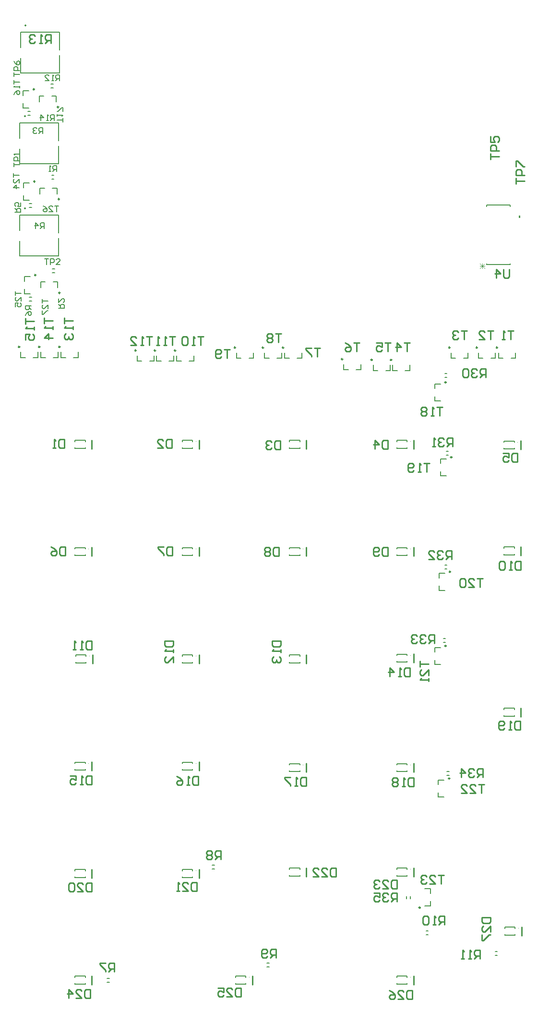
<source format=gbr>
%TF.GenerationSoftware,Altium Limited,Altium Designer,22.7.1 (60)*%
G04 Layer_Color=32896*
%FSLAX45Y45*%
%MOMM*%
%TF.SameCoordinates,5A05AA2C-F857-43D8-A6CE-F15CAA79189D*%
%TF.FilePolarity,Positive*%
%TF.FileFunction,Legend,Bot*%
%TF.Part,Single*%
G01*
G75*
%TA.AperFunction,NonConductor*%
%ADD31C,0.10000*%
%ADD32C,0.25000*%
%ADD33C,0.15240*%
%ADD34C,0.20000*%
%ADD35C,0.25400*%
%ADD36C,0.07620*%
G36*
X9289415Y13912849D02*
X9314815D01*
Y13950951D01*
X9289415D01*
Y13912849D01*
D02*
G37*
D31*
X3591700Y2399731D02*
G03*
X3591700Y2399731I-5000J0D01*
G01*
X1699400Y4292031D02*
G03*
X1699400Y4292031I-5000J0D01*
G01*
X7376300Y8076631D02*
G03*
X7376300Y8076631I-5000J0D01*
G01*
X5484000D02*
G03*
X5484000Y8076631I-5000J0D01*
G01*
X3591700D02*
G03*
X3591700Y8076631I-5000J0D01*
G01*
X1699400D02*
G03*
X1699400Y8076631I-5000J0D01*
G01*
Y9968931D02*
G03*
X1699400Y9968931I-5000J0D01*
G01*
X3591700D02*
G03*
X3591700Y9968931I-5000J0D01*
G01*
X5484000D02*
G03*
X5484000Y9968931I-5000J0D01*
G01*
X7376300D02*
G03*
X7376300Y9968931I-5000J0D01*
G01*
X9268600Y9956231D02*
G03*
X9268600Y9956231I-5000J0D01*
G01*
X1712100Y6184331D02*
G03*
X1712100Y6184331I-5000J0D01*
G01*
X7376300Y6197031D02*
G03*
X7376300Y6197031I-5000J0D01*
G01*
X5484000Y6184331D02*
G03*
X5484000Y6184331I-5000J0D01*
G01*
X3591700D02*
G03*
X3591700Y6184331I-5000J0D01*
G01*
X1699400Y2399731D02*
G03*
X1699400Y2399731I-5000J0D01*
G01*
X5484000Y2425131D02*
G03*
X5484000Y2425131I-5000J0D01*
G01*
X4531500Y520131D02*
G03*
X4531500Y520131I-5000J0D01*
G01*
X1699400D02*
G03*
X1699400Y520131I-5000J0D01*
G01*
X7376300Y2425131D02*
G03*
X7376300Y2425131I-5000J0D01*
G01*
Y520131D02*
G03*
X7376300Y520131I-5000J0D01*
G01*
X9281300Y1383731D02*
G03*
X9281300Y1383731I-5000J0D01*
G01*
X9268600Y8089331D02*
G03*
X9268600Y8089331I-5000J0D01*
G01*
Y5244531D02*
G03*
X9268600Y5244531I-5000J0D01*
G01*
X7376300Y4266631D02*
G03*
X7376300Y4266631I-5000J0D01*
G01*
X5484000D02*
G03*
X5484000Y4266631I-5000J0D01*
G01*
X3591700Y4292031D02*
G03*
X3591700Y4292031I-5000J0D01*
G01*
D32*
X7550600Y1750400D02*
G03*
X7550600Y1750400I-12500J0D01*
G01*
X8070000Y4028100D02*
G03*
X8070000Y4028100I-12500J0D01*
G01*
X8006500Y6364900D02*
G03*
X8006500Y6364900I-12500J0D01*
G01*
X8082700Y7673000D02*
G03*
X8082700Y7673000I-12500J0D01*
G01*
X8108100Y9692300D02*
G03*
X8108100Y9692300I-12500J0D01*
G01*
X8006500Y11013100D02*
G03*
X8006500Y11013100I-12500J0D01*
G01*
X8913000Y11626200D02*
G03*
X8913000Y11626200I-12500J0D01*
G01*
X7046100Y11410300D02*
G03*
X7046100Y11410300I-12500J0D01*
G01*
X5141100Y11626200D02*
G03*
X5141100Y11626200I-12500J0D01*
G01*
X3236100Y11575400D02*
G03*
X3236100Y11575400I-12500J0D01*
G01*
X1193501Y11638900D02*
G03*
X1193501Y11638900I-12500J0D01*
G01*
X1170400Y15869299D02*
G03*
X1170400Y15869299I-12500J0D01*
G01*
X742100Y16182001D02*
G03*
X742100Y16182001I-12500J0D01*
G01*
X767500Y12905400D02*
G03*
X767500Y12905400I-12500J0D01*
G01*
X1195800Y12592700D02*
G03*
X1195800Y12592700I-12500J0D01*
G01*
X754800Y14556400D02*
G03*
X754800Y14556400I-12500J0D01*
G01*
X1183100Y14243700D02*
G03*
X1183100Y14243700I-12500J0D01*
G01*
X8557400Y11626200D02*
G03*
X8557400Y11626200I-12500J0D01*
G01*
X8074800D02*
G03*
X8074800Y11626200I-12500J0D01*
G01*
X6703200Y11410300D02*
G03*
X6703200Y11410300I-12500J0D01*
G01*
X6182500Y11423000D02*
G03*
X6182500Y11423000I-12500J0D01*
G01*
X4290200Y11626200D02*
G03*
X4290200Y11626200I-12500J0D01*
G01*
X4785500D02*
G03*
X4785500Y11626200I-12500J0D01*
G01*
X2537600Y11575400D02*
G03*
X2537600Y11575400I-12500J0D01*
G01*
X2880500D02*
G03*
X2880500Y11575400I-12500J0D01*
G01*
X837901Y11638900D02*
G03*
X837901Y11638900I-12500J0D01*
G01*
X482301D02*
G03*
X482301Y11638900I-12500J0D01*
G01*
D33*
X596900Y17307561D02*
G03*
X596900Y17307561I-12700J0D01*
G01*
X584200Y14081760D02*
G03*
X584200Y14081760I-12700J0D01*
G01*
Y15707359D02*
G03*
X584200Y15707359I-12700J0D01*
G01*
X1181100Y16469360D02*
Y16780447D01*
X495300Y17193260D02*
X1181100D01*
Y16874551D02*
Y17193260D01*
X495300Y16469360D02*
X1181100D01*
X495300D02*
Y16734872D01*
Y16920128D02*
Y17193260D01*
X8719185Y14117574D02*
Y14137640D01*
Y13091161D02*
Y13111226D01*
Y13091161D02*
X9135745D01*
Y14117574D02*
Y14137640D01*
X8719185D02*
X9135745D01*
Y13091161D02*
Y13111226D01*
X482600Y13694328D02*
Y13967461D01*
Y13243559D02*
Y13509071D01*
Y13243559D02*
X1168400D01*
Y13648752D02*
Y13967461D01*
X482600D02*
X1168400D01*
Y13243559D02*
Y13554648D01*
X482600Y15319928D02*
Y15593060D01*
Y14869160D02*
Y15134673D01*
Y14869160D02*
X1168400D01*
Y15274352D02*
Y15593060D01*
X482600D02*
X1168400D01*
Y14869160D02*
Y15180247D01*
X1244584Y15608340D02*
Y15676051D01*
Y15642197D01*
X1143017D01*
Y15709908D02*
Y15743764D01*
Y15726836D01*
X1244584D01*
X1227656Y15709908D01*
X1244584Y15794548D02*
Y15862259D01*
X1227656D01*
X1159944Y15794548D01*
X1143017D01*
X381016Y16344859D02*
Y16277148D01*
Y16311003D01*
X482583D01*
Y16243292D02*
Y16209436D01*
Y16226364D01*
X381016D01*
X397944Y16243292D01*
X381016Y16090941D02*
X397944Y16124797D01*
X431800Y16158652D01*
X465656D01*
X482583Y16141724D01*
Y16107869D01*
X465656Y16090941D01*
X448728D01*
X431800Y16107869D01*
Y16158652D01*
X1092159Y15633717D02*
Y15735284D01*
X1041375D01*
X1024448Y15718356D01*
Y15684500D01*
X1041375Y15667572D01*
X1092159D01*
X1058303D02*
X1024448Y15633717D01*
X990592D02*
X956736D01*
X973664D01*
Y15735284D01*
X990592Y15718356D01*
X855169Y15633717D02*
Y15735284D01*
X905952Y15684500D01*
X838241D01*
X381016Y16412677D02*
Y16480389D01*
Y16446533D01*
X482583D01*
Y16514246D02*
X381016D01*
Y16565028D01*
X397944Y16581956D01*
X431800D01*
X448728Y16565028D01*
Y16514246D01*
X381016Y16683524D02*
X397944Y16649667D01*
X431800Y16615813D01*
X465655D01*
X482583Y16632739D01*
Y16666595D01*
X465655Y16683524D01*
X448728D01*
X431800Y16666595D01*
Y16615813D01*
X1181059Y16332217D02*
Y16433784D01*
X1130275D01*
X1113348Y16416856D01*
Y16383000D01*
X1130275Y16366072D01*
X1181059D01*
X1147203D02*
X1113348Y16332217D01*
X1079492D02*
X1045636D01*
X1062564D01*
Y16433784D01*
X1079492Y16416856D01*
X927141Y16332217D02*
X994852D01*
X927141Y16399928D01*
Y16416856D01*
X944069Y16433784D01*
X977924D01*
X994852Y16416856D01*
X381016Y14816705D02*
Y14884418D01*
Y14850562D01*
X482583D01*
Y14918272D02*
X381016D01*
Y14969057D01*
X397944Y14985983D01*
X431800D01*
X448728Y14969057D01*
Y14918272D01*
X482583Y15019839D02*
Y15053696D01*
Y15036768D01*
X381016D01*
X397944Y15019839D01*
X918677Y13195284D02*
X986388D01*
X952533D01*
Y13093716D01*
X1020244D02*
Y13195284D01*
X1071028D01*
X1087956Y13178355D01*
Y13144501D01*
X1071028Y13127573D01*
X1020244D01*
X1189523Y13093716D02*
X1121812D01*
X1189523Y13161427D01*
Y13178355D01*
X1172595Y13195284D01*
X1138739D01*
X1121812Y13178355D01*
X910139Y13728717D02*
Y13830284D01*
X859356D01*
X842428Y13813356D01*
Y13779500D01*
X859356Y13762572D01*
X910139D01*
X876283D02*
X842428Y13728717D01*
X757788D02*
Y13830284D01*
X808572Y13779500D01*
X740861D01*
X884739Y15405116D02*
Y15506683D01*
X833956D01*
X817028Y15489755D01*
Y15455901D01*
X833956Y15438972D01*
X884739D01*
X850883D02*
X817028Y15405116D01*
X783172Y15489755D02*
X766244Y15506683D01*
X732388D01*
X715461Y15489755D01*
Y15472829D01*
X732388Y15455901D01*
X749316D01*
X732388D01*
X715461Y15438972D01*
Y15422044D01*
X732388Y15405116D01*
X766244D01*
X783172Y15422044D01*
X1168417Y12323261D02*
X1269984D01*
Y12374044D01*
X1253056Y12390972D01*
X1219200D01*
X1202272Y12374044D01*
Y12323261D01*
Y12357117D02*
X1168417Y12390972D01*
Y12492539D02*
Y12424828D01*
X1236128Y12492539D01*
X1253056D01*
X1269984Y12475612D01*
Y12441756D01*
X1253056Y12424828D01*
X406416Y12619523D02*
Y12551812D01*
Y12585667D01*
X507983D01*
Y12450245D02*
Y12517956D01*
X440272Y12450245D01*
X423344D01*
X406416Y12467172D01*
Y12501028D01*
X423344Y12517956D01*
X406416Y12348677D02*
Y12416389D01*
X457200D01*
X440272Y12382533D01*
Y12365605D01*
X457200Y12348677D01*
X491055D01*
X507983Y12365605D01*
Y12399461D01*
X491055Y12416389D01*
X876316Y12479823D02*
Y12412112D01*
Y12445967D01*
X977883D01*
Y12310545D02*
Y12378256D01*
X910172Y12310545D01*
X893244D01*
X876316Y12327472D01*
Y12361328D01*
X893244Y12378256D01*
X876316Y12276689D02*
Y12208977D01*
X893244D01*
X960955Y12276689D01*
X977883D01*
X1134511Y14732018D02*
Y14833585D01*
X1083728D01*
X1066800Y14816656D01*
Y14782800D01*
X1083728Y14765872D01*
X1134511D01*
X1100656D02*
X1066800Y14732018D01*
X1032944D02*
X999088D01*
X1016016D01*
Y14833585D01*
X1032944Y14816656D01*
X368316Y14702322D02*
Y14634612D01*
Y14668468D01*
X469883D01*
Y14533044D02*
Y14600755D01*
X402172Y14533044D01*
X385244D01*
X368316Y14549973D01*
Y14583829D01*
X385244Y14600755D01*
X469883Y14448405D02*
X368316D01*
X419100Y14499190D01*
Y14431477D01*
X1164123Y14122385D02*
X1096412D01*
X1130267D01*
Y14020818D01*
X994844D02*
X1062556D01*
X994844Y14088528D01*
Y14105457D01*
X1011772Y14122385D01*
X1045628D01*
X1062556Y14105457D01*
X893277Y14122385D02*
X927133Y14105457D01*
X960988Y14071600D01*
Y14037744D01*
X944061Y14020818D01*
X910205D01*
X893277Y14037744D01*
Y14054672D01*
X910205Y14071600D01*
X960988D01*
X393717Y14012361D02*
X495284D01*
Y14063144D01*
X478356Y14080072D01*
X444500D01*
X427572Y14063144D01*
Y14012361D01*
Y14046217D02*
X393717Y14080072D01*
X495284Y14181639D02*
Y14113928D01*
X444500D01*
X461428Y14147784D01*
Y14164713D01*
X444500Y14181639D01*
X410644D01*
X393717Y14164713D01*
Y14130856D01*
X410644Y14113928D01*
X685783Y12365539D02*
X584216D01*
Y12314756D01*
X601144Y12297828D01*
X635000D01*
X651928Y12314756D01*
Y12365539D01*
Y12331683D02*
X685783Y12297828D01*
X584216Y12196261D02*
X601144Y12230116D01*
X635000Y12263972D01*
X668856D01*
X685783Y12247044D01*
Y12213188D01*
X668856Y12196261D01*
X651928D01*
X635000Y12213188D01*
Y12263972D01*
D34*
X4844100Y701600D02*
X4884100D01*
X4844100Y771600D02*
X4884100D01*
X2024700Y434900D02*
X2064700D01*
X2024700Y504900D02*
X2064700D01*
X3351700Y2279731D02*
Y2299731D01*
X3531700Y2279731D02*
Y2299731D01*
X3351700Y2399731D02*
Y2419731D01*
X3531700Y2399731D02*
Y2419731D01*
X3351700Y2279731D02*
X3531700D01*
X3351700Y2419731D02*
X3531700D01*
X3878900Y2428800D02*
X3918900D01*
X3878900Y2498800D02*
X3918900D01*
X7305600Y1909200D02*
Y1949200D01*
X7375600Y1909200D02*
Y1949200D01*
X7728100Y2000400D02*
Y2080400D01*
X7628100D02*
X7728100D01*
Y1780400D02*
Y1860400D01*
X7628100Y1780400D02*
X7728100D01*
X7650800Y1273100D02*
X7690800D01*
X7650800Y1343100D02*
X7690800D01*
X8869999Y904800D02*
X8909999D01*
X8869999Y974800D02*
X8909999D01*
X1459400Y4172031D02*
Y4192031D01*
X1639400Y4172031D02*
Y4192031D01*
X1459400Y4292031D02*
Y4312031D01*
X1639400Y4292031D02*
Y4312031D01*
X1459400Y4172031D02*
X1639400D01*
X1459400Y4312031D02*
X1639400D01*
X7867500Y3698100D02*
Y3778100D01*
Y3698100D02*
X7967500D01*
X7867500Y3918100D02*
Y3998100D01*
X7967500D01*
X8019100Y4149800D02*
X8059100D01*
X8019100Y4079800D02*
X8059100D01*
X7804000Y6034900D02*
Y6114900D01*
Y6034900D02*
X7904000D01*
X7804000Y6254900D02*
Y6334900D01*
X7904000D01*
X7880200Y7343000D02*
Y7423000D01*
Y7343000D02*
X7980200D01*
X7880200Y7563000D02*
Y7643000D01*
X7980200D01*
X7136300Y7956631D02*
Y7976631D01*
X7316300Y7956631D02*
Y7976631D01*
X7136300Y8076631D02*
Y8096631D01*
X7316300Y8076631D02*
Y8096631D01*
X7136300Y7956631D02*
X7316300D01*
X7136300Y8096631D02*
X7316300D01*
X5244000Y7956631D02*
Y7976631D01*
X5424000Y7956631D02*
Y7976631D01*
X5244000Y8076631D02*
Y8096631D01*
X5424000Y8076631D02*
Y8096631D01*
X5244000Y7956631D02*
X5424000D01*
X5244000Y8096631D02*
X5424000D01*
X3351700Y7956631D02*
Y7976631D01*
X3531700Y7956631D02*
Y7976631D01*
X3351700Y8076631D02*
Y8096631D01*
X3531700Y8076631D02*
Y8096631D01*
X3351700Y7956631D02*
X3531700D01*
X3351700Y8096631D02*
X3531700D01*
X1459400Y7956631D02*
Y7976631D01*
X1639400Y7956631D02*
Y7976631D01*
X1459400Y8076631D02*
Y8096631D01*
X1639400Y8076631D02*
Y8096631D01*
X1459400Y7956631D02*
X1639400D01*
X1459400Y8096631D02*
X1639400D01*
X1459400Y9848931D02*
Y9868931D01*
X1639400Y9848931D02*
Y9868931D01*
X1459400Y9968931D02*
Y9988931D01*
X1639400Y9968931D02*
Y9988931D01*
X1459400Y9848931D02*
X1639400D01*
X1459400Y9988931D02*
X1639400D01*
X3351700Y9848931D02*
Y9868931D01*
X3531700Y9848931D02*
Y9868931D01*
X3351700Y9968931D02*
Y9988931D01*
X3531700Y9968931D02*
Y9988931D01*
X3351700Y9848931D02*
X3531700D01*
X3351700Y9988931D02*
X3531700D01*
X5244000Y9848931D02*
Y9868931D01*
X5424000Y9848931D02*
Y9868931D01*
X5244000Y9968931D02*
Y9988931D01*
X5424000Y9968931D02*
Y9988931D01*
X5244000Y9848931D02*
X5424000D01*
X5244000Y9988931D02*
X5424000D01*
X7136300Y9848931D02*
Y9868931D01*
X7316300Y9848931D02*
Y9868931D01*
X7136300Y9968931D02*
Y9988931D01*
X7316300Y9968931D02*
Y9988931D01*
X7136300Y9848931D02*
X7316300D01*
X7136300Y9988931D02*
X7316300D01*
X7905600Y9362300D02*
Y9442300D01*
Y9362300D02*
X8005600D01*
X7905600Y9582300D02*
Y9662300D01*
X8005600D01*
X8006400Y9731300D02*
X8046400D01*
X8006400Y9801300D02*
X8046400D01*
X9028600Y9836231D02*
Y9856231D01*
X9208600Y9836231D02*
Y9856231D01*
X9028600Y9956231D02*
Y9976231D01*
X9208600Y9956231D02*
Y9976231D01*
X9028600Y9836231D02*
X9208600D01*
X9028600Y9976231D02*
X9208600D01*
X7804000Y10683100D02*
Y10763100D01*
Y10683100D02*
X7904000D01*
X7804000Y10903100D02*
Y10983100D01*
X7904000D01*
X7981000Y11102900D02*
X8021000D01*
X7981000Y11172900D02*
X8021000D01*
X9150500Y11436200D02*
X9230500D01*
Y11536200D01*
X8930500Y11436200D02*
X9010500D01*
X8930500D02*
Y11536200D01*
X7283600Y11220300D02*
X7363600D01*
Y11320300D01*
X7063600Y11220300D02*
X7143600D01*
X7063600D02*
Y11320300D01*
X5378600Y11436200D02*
X5458600D01*
Y11536200D01*
X5158600Y11436200D02*
X5238600D01*
X5158600D02*
Y11536200D01*
X3473600Y11385400D02*
X3553600D01*
Y11485400D01*
X3253600Y11385400D02*
X3333600D01*
X3253600D02*
Y11485400D01*
X1431000Y11448900D02*
X1511001D01*
Y11548900D01*
X1211001Y11448900D02*
X1291000D01*
X1211001D02*
Y11548900D01*
X1127900Y15959300D02*
Y16059300D01*
X1047900D02*
X1127900D01*
X827900Y15959300D02*
Y16059300D01*
X907900D01*
X539600Y16152000D02*
X639600D01*
X539600Y16072000D02*
Y16152000D01*
Y15852000D02*
X639600D01*
X539600D02*
Y15932001D01*
X1034100Y16278300D02*
X1074100D01*
X1034100Y16208299D02*
X1074100D01*
X627700Y15795700D02*
X667700D01*
X627700Y15725700D02*
X667700D01*
X1059500Y13014400D02*
X1099500D01*
X1059500Y12944400D02*
X1099500D01*
X565000Y12875400D02*
X665000D01*
X565000Y12795400D02*
Y12875400D01*
Y12575400D02*
X665000D01*
X565000D02*
Y12655400D01*
X1153300Y12682700D02*
Y12782700D01*
X1073300D02*
X1153300D01*
X853300Y12682700D02*
Y12782700D01*
X933300D01*
X1045600Y14665401D02*
X1085600D01*
X1045600Y14595399D02*
X1085600D01*
X552300Y14526401D02*
X652300D01*
X552300Y14446400D02*
Y14526401D01*
Y14226401D02*
X652300D01*
X552300D02*
Y14306400D01*
X1140600Y14333701D02*
Y14433701D01*
X1060600D02*
X1140600D01*
X840600Y14333701D02*
Y14433701D01*
X920600D01*
X653100Y14170100D02*
X693100D01*
X653100Y14100101D02*
X693100D01*
X653100Y12519100D02*
X693100D01*
X653100Y12449100D02*
X693100D01*
X8574900Y11436200D02*
Y11536200D01*
Y11436200D02*
X8654900D01*
X8874900D02*
Y11536200D01*
X8794900Y11436200D02*
X8874900D01*
X8092300D02*
Y11536200D01*
Y11436200D02*
X8172300D01*
X8392300D02*
Y11536200D01*
X8312300Y11436200D02*
X8392300D01*
X6720700Y11220300D02*
Y11320300D01*
Y11220300D02*
X6800700D01*
X7020700D02*
Y11320300D01*
X6940700Y11220300D02*
X7020700D01*
X6200000Y11233000D02*
Y11333000D01*
Y11233000D02*
X6280000D01*
X6500000D02*
Y11333000D01*
X6420000Y11233000D02*
X6500000D01*
X4307700Y11436200D02*
Y11536200D01*
Y11436200D02*
X4387700D01*
X4607700D02*
Y11536200D01*
X4527700Y11436200D02*
X4607700D01*
X4803000D02*
Y11536200D01*
Y11436200D02*
X4883000D01*
X5103000D02*
Y11536200D01*
X5023000Y11436200D02*
X5103000D01*
X2555100Y11385400D02*
Y11485400D01*
Y11385400D02*
X2635100D01*
X2855100D02*
Y11485400D01*
X2775100Y11385400D02*
X2855100D01*
X2898000D02*
Y11485400D01*
Y11385400D02*
X2978000D01*
X3198000D02*
Y11485400D01*
X3118000Y11385400D02*
X3198000D01*
X855401Y11448900D02*
Y11548900D01*
Y11448900D02*
X935400D01*
X1155401D02*
Y11548900D01*
X1075400Y11448900D02*
X1155401D01*
X499801D02*
Y11548900D01*
Y11448900D02*
X579800D01*
X799801D02*
Y11548900D01*
X719800Y11448900D02*
X799801D01*
X7955600Y6499300D02*
X7995600D01*
X7955600Y6429300D02*
X7995600D01*
X7981000Y7794700D02*
X8021000D01*
X7981000Y7724700D02*
X8021000D01*
X1472100Y6204331D02*
X1652100D01*
X1472100Y6064331D02*
X1652100D01*
Y6184331D02*
Y6204331D01*
X1472100Y6184331D02*
Y6204331D01*
X1652100Y6064331D02*
Y6084331D01*
X1472100Y6064331D02*
Y6084331D01*
X7136300Y6217031D02*
X7316300D01*
X7136300Y6077031D02*
X7316300D01*
Y6197031D02*
Y6217031D01*
X7136300Y6197031D02*
Y6217031D01*
X7316300Y6077031D02*
Y6097031D01*
X7136300Y6077031D02*
Y6097031D01*
X5244000Y6204331D02*
X5424000D01*
X5244000Y6064331D02*
X5424000D01*
Y6184331D02*
Y6204331D01*
X5244000Y6184331D02*
Y6204331D01*
X5424000Y6064331D02*
Y6084331D01*
X5244000Y6064331D02*
Y6084331D01*
X3351700Y6204331D02*
X3531700D01*
X3351700Y6064331D02*
X3531700D01*
Y6184331D02*
Y6204331D01*
X3351700Y6184331D02*
Y6204331D01*
X3531700Y6064331D02*
Y6084331D01*
X3351700Y6064331D02*
Y6084331D01*
X1459400Y2419731D02*
X1639400D01*
X1459400Y2279731D02*
X1639400D01*
Y2399731D02*
Y2419731D01*
X1459400Y2399731D02*
Y2419731D01*
X1639400Y2279731D02*
Y2299731D01*
X1459400Y2279731D02*
Y2299731D01*
X5244000Y2445131D02*
X5424000D01*
X5244000Y2305131D02*
X5424000D01*
Y2425131D02*
Y2445131D01*
X5244000Y2425131D02*
Y2445131D01*
X5424000Y2305131D02*
Y2325131D01*
X5244000Y2305131D02*
Y2325131D01*
X4291500Y540131D02*
X4471500D01*
X4291500Y400131D02*
X4471500D01*
Y520131D02*
Y540131D01*
X4291500Y520131D02*
Y540131D01*
X4471500Y400131D02*
Y420131D01*
X4291500Y400131D02*
Y420131D01*
X1459400Y540131D02*
X1639400D01*
X1459400Y400131D02*
X1639400D01*
Y520131D02*
Y540131D01*
X1459400Y520131D02*
Y540131D01*
X1639400Y400131D02*
Y420131D01*
X1459400Y400131D02*
Y420131D01*
X7136300Y2445131D02*
X7316300D01*
X7136300Y2305131D02*
X7316300D01*
Y2425131D02*
Y2445131D01*
X7136300Y2425131D02*
Y2445131D01*
X7316300Y2305131D02*
Y2325131D01*
X7136300Y2305131D02*
Y2325131D01*
Y540131D02*
X7316300D01*
X7136300Y400131D02*
X7316300D01*
Y520131D02*
Y540131D01*
X7136300Y520131D02*
Y540131D01*
X7316300Y400131D02*
Y420131D01*
X7136300Y400131D02*
Y420131D01*
X9041300Y1403731D02*
X9221300D01*
X9041300Y1263731D02*
X9221300D01*
Y1383731D02*
Y1403731D01*
X9041300Y1383731D02*
Y1403731D01*
X9221300Y1263731D02*
Y1283731D01*
X9041300Y1263731D02*
Y1283731D01*
X9028600Y8109331D02*
X9208600D01*
X9028600Y7969331D02*
X9208600D01*
Y8089331D02*
Y8109331D01*
X9028600Y8089331D02*
Y8109331D01*
X9208600Y7969331D02*
Y7989331D01*
X9028600Y7969331D02*
Y7989331D01*
Y5264531D02*
X9208600D01*
X9028600Y5124531D02*
X9208600D01*
Y5244531D02*
Y5264531D01*
X9028600Y5244531D02*
Y5264531D01*
X9208600Y5124531D02*
Y5144531D01*
X9028600Y5124531D02*
Y5144531D01*
X7136300Y4286631D02*
X7316300D01*
X7136300Y4146631D02*
X7316300D01*
Y4266631D02*
Y4286631D01*
X7136300Y4266631D02*
Y4286631D01*
X7316300Y4146631D02*
Y4166631D01*
X7136300Y4146631D02*
Y4166631D01*
X5244000Y4286631D02*
X5424000D01*
X5244000Y4146631D02*
X5424000D01*
Y4266631D02*
Y4286631D01*
X5244000Y4266631D02*
Y4286631D01*
X5424000Y4146631D02*
Y4166631D01*
X5244000Y4146631D02*
Y4166631D01*
X3351700Y4312031D02*
X3531700D01*
X3351700Y4172031D02*
X3531700D01*
Y4292031D02*
Y4312031D01*
X3351700Y4292031D02*
Y4312031D01*
X3531700Y4172031D02*
Y4192031D01*
X3351700Y4172031D02*
Y4192031D01*
D35*
X3644900Y2273531D02*
Y2425931D01*
X1752600Y4165831D02*
Y4318231D01*
X7429500Y7950431D02*
Y8102831D01*
X5537200Y7950431D02*
Y8102831D01*
X3644900Y7950431D02*
Y8102831D01*
X1752600Y7950431D02*
Y8102831D01*
Y9842731D02*
Y9995131D01*
X3644900Y9842731D02*
Y9995131D01*
X5537200Y9842731D02*
Y9995131D01*
X7429500Y9842731D02*
Y9995131D01*
X9321800Y9830031D02*
Y9982431D01*
X1765300Y6058131D02*
Y6210531D01*
X7429500Y6070831D02*
Y6223231D01*
X5537200Y6058131D02*
Y6210531D01*
X3644900Y6058131D02*
Y6210531D01*
X1752600Y2273531D02*
Y2425931D01*
X5537200Y2298931D02*
Y2451331D01*
X4584700Y393931D02*
Y546331D01*
X1752600Y393931D02*
Y546331D01*
X7429500Y2298931D02*
Y2451331D01*
Y393931D02*
Y546331D01*
X9334500Y1257531D02*
Y1409931D01*
X9321800Y7963131D02*
Y8115531D01*
Y5118331D02*
Y5270731D01*
X7429500Y4140431D02*
Y4292831D01*
X5537200Y4140431D02*
Y4292831D01*
X3644900Y4165831D02*
Y4318231D01*
X5003759Y863625D02*
Y1015975D01*
X4927583D01*
X4902192Y990583D01*
Y939800D01*
X4927583Y914408D01*
X5003759D01*
X4952975D02*
X4902192Y863625D01*
X4851408Y889017D02*
X4826016Y863625D01*
X4775233D01*
X4749841Y889017D01*
Y990583D01*
X4775233Y1015975D01*
X4826016D01*
X4851408Y990583D01*
Y965192D01*
X4826016Y939800D01*
X4749841D01*
X2146259Y622325D02*
Y774675D01*
X2070083D01*
X2044692Y749283D01*
Y698500D01*
X2070083Y673108D01*
X2146259D01*
X2095475D02*
X2044692Y622325D01*
X1993908Y774675D02*
X1892341D01*
Y749283D01*
X1993908Y647717D01*
Y622325D01*
X3606742Y2197075D02*
Y2044725D01*
X3530567D01*
X3505175Y2070117D01*
Y2171683D01*
X3530567Y2197075D01*
X3606742D01*
X3352824Y2044725D02*
X3454392D01*
X3352824Y2146292D01*
Y2171683D01*
X3378216Y2197075D01*
X3429000D01*
X3454392Y2171683D01*
X3302041Y2044725D02*
X3251257D01*
X3276649D01*
Y2197075D01*
X3302041Y2171683D01*
X4025859Y2603525D02*
Y2755875D01*
X3949683D01*
X3924292Y2730483D01*
Y2679700D01*
X3949683Y2654308D01*
X4025859D01*
X3975075D02*
X3924292Y2603525D01*
X3873508Y2730483D02*
X3848116Y2755875D01*
X3797333D01*
X3771941Y2730483D01*
Y2705092D01*
X3797333Y2679700D01*
X3771941Y2654308D01*
Y2628917D01*
X3797333Y2603525D01*
X3848116D01*
X3873508Y2628917D01*
Y2654308D01*
X3848116Y2679700D01*
X3873508Y2705092D01*
Y2730483D01*
X3848116Y2679700D02*
X3797333D01*
X7137334Y1854225D02*
Y2006575D01*
X7061159D01*
X7035767Y1981183D01*
Y1930400D01*
X7061159Y1905008D01*
X7137334D01*
X7086551D02*
X7035767Y1854225D01*
X6984983Y1981183D02*
X6959592Y2006575D01*
X6908808D01*
X6883416Y1981183D01*
Y1955792D01*
X6908808Y1930400D01*
X6934200D01*
X6908808D01*
X6883416Y1905008D01*
Y1879617D01*
X6908808Y1854225D01*
X6959592D01*
X6984983Y1879617D01*
X6731066Y2006575D02*
X6832633D01*
Y1930400D01*
X6781849Y1955792D01*
X6756457D01*
X6731066Y1930400D01*
Y1879617D01*
X6756457Y1854225D01*
X6807241D01*
X6832633Y1879617D01*
X7962834Y2324075D02*
X7861267D01*
X7912051D01*
Y2171725D01*
X7708916D02*
X7810483D01*
X7708916Y2273292D01*
Y2298683D01*
X7734308Y2324075D01*
X7785092D01*
X7810483Y2298683D01*
X7658133D02*
X7632741Y2324075D01*
X7581957D01*
X7556566Y2298683D01*
Y2273292D01*
X7581957Y2247900D01*
X7607349D01*
X7581957D01*
X7556566Y2222508D01*
Y2197117D01*
X7581957Y2171725D01*
X7632741D01*
X7658133Y2197117D01*
X7975538Y1447825D02*
Y1600175D01*
X7899363D01*
X7873971Y1574783D01*
Y1524000D01*
X7899363Y1498608D01*
X7975538D01*
X7924755D02*
X7873971Y1447825D01*
X7823188D02*
X7772404D01*
X7797796D01*
Y1600175D01*
X7823188Y1574783D01*
X7696229D02*
X7670837Y1600175D01*
X7620053D01*
X7594661Y1574783D01*
Y1473217D01*
X7620053Y1447825D01*
X7670837D01*
X7696229Y1473217D01*
Y1574783D01*
X8597846Y850925D02*
Y1003275D01*
X8521671D01*
X8496279Y977883D01*
Y927100D01*
X8521671Y901708D01*
X8597846D01*
X8547063D02*
X8496279Y850925D01*
X8445496D02*
X8394712D01*
X8420104D01*
Y1003275D01*
X8445496Y977883D01*
X8318537Y850925D02*
X8267753D01*
X8293145D01*
Y1003275D01*
X8318537Y977883D01*
X1752538Y4076675D02*
Y3924325D01*
X1676363D01*
X1650971Y3949717D01*
Y4051283D01*
X1676363Y4076675D01*
X1752538D01*
X1600188Y3924325D02*
X1549404D01*
X1574796D01*
Y4076675D01*
X1600188Y4051283D01*
X1371661Y4076675D02*
X1473229D01*
Y4000500D01*
X1422445Y4025892D01*
X1397053D01*
X1371661Y4000500D01*
Y3949717D01*
X1397053Y3924325D01*
X1447837D01*
X1473229Y3949717D01*
X8674034Y3924275D02*
X8572467D01*
X8623251D01*
Y3771925D01*
X8420116D02*
X8521683D01*
X8420116Y3873492D01*
Y3898883D01*
X8445508Y3924275D01*
X8496292D01*
X8521683Y3898883D01*
X8267766Y3771925D02*
X8369333D01*
X8267766Y3873492D01*
Y3898883D01*
X8293157Y3924275D01*
X8343941D01*
X8369333Y3898883D01*
X8648634Y4051325D02*
Y4203675D01*
X8572459D01*
X8547067Y4178283D01*
Y4127500D01*
X8572459Y4102108D01*
X8648634D01*
X8597851D02*
X8547067Y4051325D01*
X8496283Y4178283D02*
X8470892Y4203675D01*
X8420108D01*
X8394716Y4178283D01*
Y4152892D01*
X8420108Y4127500D01*
X8445500D01*
X8420108D01*
X8394716Y4102108D01*
Y4076717D01*
X8420108Y4051325D01*
X8470892D01*
X8496283Y4076717D01*
X8267757Y4051325D02*
Y4203675D01*
X8343933Y4127500D01*
X8242366D01*
X7543825Y6095942D02*
Y5994375D01*
Y6045159D01*
X7696175D01*
Y5842024D02*
Y5943592D01*
X7594608Y5842024D01*
X7569217D01*
X7543825Y5867416D01*
Y5918200D01*
X7569217Y5943592D01*
X7696175Y5791241D02*
Y5740457D01*
Y5765849D01*
X7543825D01*
X7569217Y5791241D01*
X8648634Y7556475D02*
X8547067D01*
X8597851D01*
Y7404125D01*
X8394716D02*
X8496283D01*
X8394716Y7505692D01*
Y7531083D01*
X8420108Y7556475D01*
X8470892D01*
X8496283Y7531083D01*
X8343933D02*
X8318541Y7556475D01*
X8267757D01*
X8242366Y7531083D01*
Y7429517D01*
X8267757Y7404125D01*
X8318541D01*
X8343933Y7429517D01*
Y7531083D01*
X6972259Y8102575D02*
Y7950225D01*
X6896083D01*
X6870692Y7975617D01*
Y8077183D01*
X6896083Y8102575D01*
X6972259D01*
X6819908Y7975617D02*
X6794516Y7950225D01*
X6743733D01*
X6718341Y7975617D01*
Y8077183D01*
X6743733Y8102575D01*
X6794516D01*
X6819908Y8077183D01*
Y8051792D01*
X6794516Y8026400D01*
X6718341D01*
X5054559Y8102575D02*
Y7950225D01*
X4978383D01*
X4952992Y7975617D01*
Y8077183D01*
X4978383Y8102575D01*
X5054559D01*
X4902208Y8077183D02*
X4876816Y8102575D01*
X4826033D01*
X4800641Y8077183D01*
Y8051792D01*
X4826033Y8026400D01*
X4800641Y8001008D01*
Y7975617D01*
X4826033Y7950225D01*
X4876816D01*
X4902208Y7975617D01*
Y8001008D01*
X4876816Y8026400D01*
X4902208Y8051792D01*
Y8077183D01*
X4876816Y8026400D02*
X4826033D01*
X3174959Y8115275D02*
Y7962925D01*
X3098783D01*
X3073392Y7988317D01*
Y8089883D01*
X3098783Y8115275D01*
X3174959D01*
X3022608D02*
X2921041D01*
Y8089883D01*
X3022608Y7988317D01*
Y7962925D01*
X1282659Y8115275D02*
Y7962925D01*
X1206483D01*
X1181092Y7988317D01*
Y8089883D01*
X1206483Y8115275D01*
X1282659D01*
X1028741D02*
X1079525Y8089883D01*
X1130308Y8039100D01*
Y7988317D01*
X1104916Y7962925D01*
X1054133D01*
X1028741Y7988317D01*
Y8013708D01*
X1054133Y8039100D01*
X1130308D01*
X1269967Y10007575D02*
Y9855225D01*
X1193792D01*
X1168400Y9880617D01*
Y9982183D01*
X1193792Y10007575D01*
X1269967D01*
X1117616Y9855225D02*
X1066833D01*
X1092224D01*
Y10007575D01*
X1117616Y9982183D01*
X3162259Y10007575D02*
Y9855225D01*
X3086083D01*
X3060692Y9880617D01*
Y9982183D01*
X3086083Y10007575D01*
X3162259D01*
X2908341Y9855225D02*
X3009908D01*
X2908341Y9956792D01*
Y9982183D01*
X2933733Y10007575D01*
X2984516D01*
X3009908Y9982183D01*
X5079959Y9982175D02*
Y9829825D01*
X5003783D01*
X4978392Y9855217D01*
Y9956783D01*
X5003783Y9982175D01*
X5079959D01*
X4927608Y9956783D02*
X4902216Y9982175D01*
X4851433D01*
X4826041Y9956783D01*
Y9931392D01*
X4851433Y9906000D01*
X4876825D01*
X4851433D01*
X4826041Y9880608D01*
Y9855217D01*
X4851433Y9829825D01*
X4902216D01*
X4927608Y9855217D01*
X6972259Y9994875D02*
Y9842525D01*
X6896083D01*
X6870692Y9867917D01*
Y9969483D01*
X6896083Y9994875D01*
X6972259D01*
X6743733Y9842525D02*
Y9994875D01*
X6819908Y9918700D01*
X6718341D01*
X7708838Y9588475D02*
X7607271D01*
X7658055D01*
Y9436125D01*
X7556488D02*
X7505704D01*
X7531096D01*
Y9588475D01*
X7556488Y9563083D01*
X7429529Y9461517D02*
X7404137Y9436125D01*
X7353353D01*
X7327961Y9461517D01*
Y9563083D01*
X7353353Y9588475D01*
X7404137D01*
X7429529Y9563083D01*
Y9537692D01*
X7404137Y9512300D01*
X7327961D01*
X8115242Y9880625D02*
Y10032975D01*
X8039067D01*
X8013675Y10007583D01*
Y9956800D01*
X8039067Y9931408D01*
X8115242D01*
X8064459D02*
X8013675Y9880625D01*
X7962892Y10007583D02*
X7937500Y10032975D01*
X7886716D01*
X7861324Y10007583D01*
Y9982192D01*
X7886716Y9956800D01*
X7912108D01*
X7886716D01*
X7861324Y9931408D01*
Y9906017D01*
X7886716Y9880625D01*
X7937500D01*
X7962892Y9906017D01*
X7810541Y9880625D02*
X7759757D01*
X7785149D01*
Y10032975D01*
X7810541Y10007583D01*
X9258259Y9766275D02*
Y9613925D01*
X9182083D01*
X9156692Y9639317D01*
Y9740883D01*
X9182083Y9766275D01*
X9258259D01*
X9004341D02*
X9105908D01*
Y9690100D01*
X9055125Y9715492D01*
X9029733D01*
X9004341Y9690100D01*
Y9639317D01*
X9029733Y9613925D01*
X9080516D01*
X9105908Y9639317D01*
X7937438Y10579075D02*
X7835871D01*
X7886655D01*
Y10426725D01*
X7785088D02*
X7734304D01*
X7759696D01*
Y10579075D01*
X7785088Y10553683D01*
X7658129D02*
X7632737Y10579075D01*
X7581953D01*
X7556561Y10553683D01*
Y10528292D01*
X7581953Y10502900D01*
X7556561Y10477508D01*
Y10452117D01*
X7581953Y10426725D01*
X7632737D01*
X7658129Y10452117D01*
Y10477508D01*
X7632737Y10502900D01*
X7658129Y10528292D01*
Y10553683D01*
X7632737Y10502900D02*
X7581953D01*
X8699434Y11099825D02*
Y11252175D01*
X8623259D01*
X8597867Y11226783D01*
Y11176000D01*
X8623259Y11150608D01*
X8699434D01*
X8648651D02*
X8597867Y11099825D01*
X8547083Y11226783D02*
X8521692Y11252175D01*
X8470908D01*
X8445516Y11226783D01*
Y11201392D01*
X8470908Y11176000D01*
X8496300D01*
X8470908D01*
X8445516Y11150608D01*
Y11125217D01*
X8470908Y11099825D01*
X8521692D01*
X8547083Y11125217D01*
X8394733Y11226783D02*
X8369341Y11252175D01*
X8318557D01*
X8293166Y11226783D01*
Y11125217D01*
X8318557Y11099825D01*
X8369341D01*
X8394733Y11125217D01*
Y11226783D01*
X9194767Y11925275D02*
X9093200D01*
X9143983D01*
Y11772925D01*
X9042416D02*
X8991633D01*
X9017024D01*
Y11925275D01*
X9042416Y11899883D01*
X7365959Y11709375D02*
X7264392D01*
X7315175D01*
Y11557025D01*
X7137433D02*
Y11709375D01*
X7213608Y11633200D01*
X7112041D01*
X5778459Y11620475D02*
X5676892D01*
X5727675D01*
Y11468125D01*
X5626108Y11620475D02*
X5524541D01*
Y11595083D01*
X5626108Y11493517D01*
Y11468125D01*
X3721038Y11823675D02*
X3619471D01*
X3670255D01*
Y11671325D01*
X3568688D02*
X3517904D01*
X3543296D01*
Y11823675D01*
X3568688Y11798283D01*
X3441729D02*
X3416337Y11823675D01*
X3365553D01*
X3340161Y11798283D01*
Y11696717D01*
X3365553Y11671325D01*
X3416337D01*
X3441729Y11696717D01*
Y11798283D01*
X1270024Y12153838D02*
Y12052271D01*
Y12103055D01*
X1422375D01*
Y12001487D02*
Y11950704D01*
Y11976095D01*
X1270024D01*
X1295416Y12001487D01*
Y11874528D02*
X1270024Y11849137D01*
Y11798353D01*
X1295416Y11772961D01*
X1320808D01*
X1346200Y11798353D01*
Y11823745D01*
Y11798353D01*
X1371592Y11772961D01*
X1396983D01*
X1422375Y11798353D01*
Y11849137D01*
X1396983Y11874528D01*
X1028638Y16992625D02*
Y17144975D01*
X952463D01*
X927071Y17119583D01*
Y17068800D01*
X952463Y17043408D01*
X1028638D01*
X977855D02*
X927071Y16992625D01*
X876288D02*
X825504D01*
X850896D01*
Y17144975D01*
X876288Y17119583D01*
X749329D02*
X723937Y17144975D01*
X673153D01*
X647761Y17119583D01*
Y17094193D01*
X673153Y17068800D01*
X698545D01*
X673153D01*
X647761Y17043408D01*
Y17018018D01*
X673153Y16992625D01*
X723937D01*
X749329Y17018018D01*
X9118559Y13004774D02*
Y12877817D01*
X9093167Y12852425D01*
X9042383D01*
X9016992Y12877817D01*
Y13004774D01*
X8890033Y12852425D02*
Y13004774D01*
X8966208Y12928600D01*
X8864641D01*
X9232924Y14516167D02*
Y14617732D01*
Y14566949D01*
X9385275D01*
Y14668517D02*
X9232924D01*
Y14744691D01*
X9258316Y14770084D01*
X9309100D01*
X9334492Y14744691D01*
Y14668517D01*
X9232924Y14820866D02*
Y14922433D01*
X9258316D01*
X9359883Y14820866D01*
X9385275D01*
X8788424Y14947966D02*
Y15049533D01*
Y14998749D01*
X8940775D01*
Y15100316D02*
X8788424D01*
Y15176492D01*
X8813816Y15201883D01*
X8864600D01*
X8889992Y15176492D01*
Y15100316D01*
X8788424Y15354234D02*
Y15252667D01*
X8864600D01*
X8839208Y15303450D01*
Y15328842D01*
X8864600Y15354234D01*
X8915383D01*
X8940775Y15328842D01*
Y15278059D01*
X8915383Y15252667D01*
X584224Y12141138D02*
Y12039571D01*
Y12090355D01*
X736575D01*
Y11988787D02*
Y11938004D01*
Y11963395D01*
X584224D01*
X609616Y11988787D01*
X584224Y11760261D02*
Y11861828D01*
X660400D01*
X635008Y11811045D01*
Y11785653D01*
X660400Y11760261D01*
X711183D01*
X736575Y11785653D01*
Y11836437D01*
X711183Y11861828D01*
X3225746Y11823675D02*
X3124179D01*
X3174963D01*
Y11671325D01*
X3073396D02*
X3022612D01*
X3048004D01*
Y11823675D01*
X3073396Y11798283D01*
X2946437Y11671325D02*
X2895653D01*
X2921045D01*
Y11823675D01*
X2946437Y11798283D01*
X8839159Y11925275D02*
X8737592D01*
X8788375D01*
Y11772925D01*
X8585241D02*
X8686808D01*
X8585241Y11874492D01*
Y11899883D01*
X8610633Y11925275D01*
X8661416D01*
X8686808Y11899883D01*
X7023059Y11709375D02*
X6921492D01*
X6972275D01*
Y11557025D01*
X6769141Y11709375D02*
X6870708D01*
Y11633200D01*
X6819925Y11658592D01*
X6794533D01*
X6769141Y11633200D01*
Y11582417D01*
X6794533Y11557025D01*
X6845316D01*
X6870708Y11582417D01*
X5092659Y11874475D02*
X4991092D01*
X5041875D01*
Y11722125D01*
X4940308Y11849083D02*
X4914916Y11874475D01*
X4864133D01*
X4838741Y11849083D01*
Y11823692D01*
X4864133Y11798300D01*
X4838741Y11772908D01*
Y11747517D01*
X4864133Y11722125D01*
X4914916D01*
X4940308Y11747517D01*
Y11772908D01*
X4914916Y11798300D01*
X4940308Y11823692D01*
Y11849083D01*
X4914916Y11798300D02*
X4864133D01*
X8369259Y11925275D02*
X8267692D01*
X8318475D01*
Y11772925D01*
X8216908Y11899883D02*
X8191516Y11925275D01*
X8140733D01*
X8115341Y11899883D01*
Y11874492D01*
X8140733Y11849100D01*
X8166125D01*
X8140733D01*
X8115341Y11823708D01*
Y11798317D01*
X8140733Y11772925D01*
X8191516D01*
X8216908Y11798317D01*
X6476959Y11709375D02*
X6375392D01*
X6426175D01*
Y11557025D01*
X6223041Y11709375D02*
X6273825Y11683983D01*
X6324608Y11633200D01*
Y11582417D01*
X6299216Y11557025D01*
X6248433D01*
X6223041Y11582417D01*
Y11607808D01*
X6248433Y11633200D01*
X6324608D01*
X4190959Y11595075D02*
X4089392D01*
X4140175D01*
Y11442725D01*
X4038608Y11468117D02*
X4013216Y11442725D01*
X3962433D01*
X3937041Y11468117D01*
Y11569683D01*
X3962433Y11595075D01*
X4013216D01*
X4038608Y11569683D01*
Y11544292D01*
X4013216Y11518900D01*
X3937041D01*
X914424Y12153838D02*
Y12052271D01*
Y12103055D01*
X1066775D01*
Y12001487D02*
Y11950704D01*
Y11976095D01*
X914424D01*
X939816Y12001487D01*
X1066775Y11798353D02*
X914424D01*
X990600Y11874528D01*
Y11772961D01*
X2819338Y11823675D02*
X2717771D01*
X2768555D01*
Y11671325D01*
X2666988D02*
X2616204D01*
X2641596D01*
Y11823675D01*
X2666988Y11798283D01*
X2438461Y11671325D02*
X2540029D01*
X2438461Y11772892D01*
Y11798283D01*
X2463853Y11823675D01*
X2514637D01*
X2540029Y11798283D01*
X7797734Y6413525D02*
Y6565875D01*
X7721559D01*
X7696167Y6540483D01*
Y6489700D01*
X7721559Y6464308D01*
X7797734D01*
X7746951D02*
X7696167Y6413525D01*
X7645383Y6540483D02*
X7619992Y6565875D01*
X7569208D01*
X7543816Y6540483D01*
Y6515092D01*
X7569208Y6489700D01*
X7594600D01*
X7569208D01*
X7543816Y6464308D01*
Y6438917D01*
X7569208Y6413525D01*
X7619992D01*
X7645383Y6438917D01*
X7493033Y6540483D02*
X7467641Y6565875D01*
X7416857D01*
X7391466Y6540483D01*
Y6515092D01*
X7416857Y6489700D01*
X7442249D01*
X7416857D01*
X7391466Y6464308D01*
Y6438917D01*
X7416857Y6413525D01*
X7467641D01*
X7493033Y6438917D01*
X8100060Y7896860D02*
Y8049211D01*
X8023885D01*
X7998493Y8023819D01*
Y7973035D01*
X8023885Y7947643D01*
X8100060D01*
X8049277D02*
X7998493Y7896860D01*
X7947709Y8023819D02*
X7922317Y8049211D01*
X7871534D01*
X7846142Y8023819D01*
Y7998427D01*
X7871534Y7973035D01*
X7896926D01*
X7871534D01*
X7846142Y7947643D01*
Y7922252D01*
X7871534Y7896860D01*
X7922317D01*
X7947709Y7922252D01*
X7693791Y7896860D02*
X7795359D01*
X7693791Y7998427D01*
Y8023819D01*
X7719183Y8049211D01*
X7769967D01*
X7795359Y8023819D01*
X8636024Y1574734D02*
X8788375D01*
Y1498559D01*
X8762983Y1473167D01*
X8661416D01*
X8636024Y1498559D01*
Y1574734D01*
X8788375Y1320816D02*
Y1422383D01*
X8686808Y1320816D01*
X8661416D01*
X8636024Y1346208D01*
Y1396991D01*
X8661416Y1422383D01*
X8636024Y1270033D02*
Y1168465D01*
X8661416D01*
X8762983Y1270033D01*
X8788375D01*
X7404034Y292075D02*
Y139725D01*
X7327859D01*
X7302467Y165117D01*
Y266683D01*
X7327859Y292075D01*
X7404034D01*
X7150116Y139725D02*
X7251683D01*
X7150116Y241292D01*
Y266683D01*
X7175508Y292075D01*
X7226292D01*
X7251683Y266683D01*
X6997766Y292075D02*
X7048549Y266683D01*
X7099333Y215900D01*
Y165117D01*
X7073941Y139725D01*
X7023157D01*
X6997766Y165117D01*
Y190508D01*
X7023157Y215900D01*
X7099333D01*
X4381434Y330175D02*
Y177825D01*
X4305259D01*
X4279867Y203217D01*
Y304783D01*
X4305259Y330175D01*
X4381434D01*
X4127516Y177825D02*
X4229083D01*
X4127516Y279392D01*
Y304783D01*
X4152908Y330175D01*
X4203692D01*
X4229083Y304783D01*
X3975166Y330175D02*
X4076733D01*
Y254000D01*
X4025949Y279392D01*
X4000557D01*
X3975166Y254000D01*
Y203217D01*
X4000557Y177825D01*
X4051341D01*
X4076733Y203217D01*
X1727134Y304775D02*
Y152425D01*
X1650959D01*
X1625567Y177817D01*
Y279383D01*
X1650959Y304775D01*
X1727134D01*
X1473216Y152425D02*
X1574783D01*
X1473216Y253992D01*
Y279383D01*
X1498608Y304775D01*
X1549392D01*
X1574783Y279383D01*
X1346257Y152425D02*
Y304775D01*
X1422433Y228600D01*
X1320866D01*
X7137334Y2235175D02*
Y2082825D01*
X7061159D01*
X7035767Y2108217D01*
Y2209783D01*
X7061159Y2235175D01*
X7137334D01*
X6883416Y2082825D02*
X6984983D01*
X6883416Y2184392D01*
Y2209783D01*
X6908808Y2235175D01*
X6959592D01*
X6984983Y2209783D01*
X6832633D02*
X6807241Y2235175D01*
X6756457D01*
X6731066Y2209783D01*
Y2184392D01*
X6756457Y2159000D01*
X6781849D01*
X6756457D01*
X6731066Y2133608D01*
Y2108217D01*
X6756457Y2082825D01*
X6807241D01*
X6832633Y2108217D01*
X6057834Y2451075D02*
Y2298725D01*
X5981659D01*
X5956267Y2324117D01*
Y2425683D01*
X5981659Y2451075D01*
X6057834D01*
X5803916Y2298725D02*
X5905483D01*
X5803916Y2400292D01*
Y2425683D01*
X5829308Y2451075D01*
X5880092D01*
X5905483Y2425683D01*
X5651566Y2298725D02*
X5753133D01*
X5651566Y2400292D01*
Y2425683D01*
X5676957Y2451075D01*
X5727741D01*
X5753133Y2425683D01*
X1752534Y2184375D02*
Y2032025D01*
X1676359D01*
X1650967Y2057417D01*
Y2158983D01*
X1676359Y2184375D01*
X1752534D01*
X1498616Y2032025D02*
X1600183D01*
X1498616Y2133592D01*
Y2158983D01*
X1524008Y2184375D01*
X1574792D01*
X1600183Y2158983D01*
X1447833D02*
X1422441Y2184375D01*
X1371657D01*
X1346266Y2158983D01*
Y2057417D01*
X1371657Y2032025D01*
X1422441D01*
X1447833Y2057417D01*
Y2158983D01*
X9309038Y5041875D02*
Y4889525D01*
X9232863D01*
X9207471Y4914917D01*
Y5016483D01*
X9232863Y5041875D01*
X9309038D01*
X9156688Y4889525D02*
X9105904D01*
X9131296D01*
Y5041875D01*
X9156688Y5016483D01*
X9029729Y4914917D02*
X9004337Y4889525D01*
X8953553D01*
X8928161Y4914917D01*
Y5016483D01*
X8953553Y5041875D01*
X9004337D01*
X9029729Y5016483D01*
Y4991092D01*
X9004337Y4965700D01*
X8928161D01*
X7429438Y4038575D02*
Y3886225D01*
X7353263D01*
X7327871Y3911617D01*
Y4013183D01*
X7353263Y4038575D01*
X7429438D01*
X7277088Y3886225D02*
X7226304D01*
X7251696D01*
Y4038575D01*
X7277088Y4013183D01*
X7150129D02*
X7124737Y4038575D01*
X7073953D01*
X7048561Y4013183D01*
Y3987792D01*
X7073953Y3962400D01*
X7048561Y3937008D01*
Y3911617D01*
X7073953Y3886225D01*
X7124737D01*
X7150129Y3911617D01*
Y3937008D01*
X7124737Y3962400D01*
X7150129Y3987792D01*
Y4013183D01*
X7124737Y3962400D02*
X7073953D01*
X5537138Y4051275D02*
Y3898925D01*
X5460963D01*
X5435571Y3924317D01*
Y4025883D01*
X5460963Y4051275D01*
X5537138D01*
X5384788Y3898925D02*
X5334004D01*
X5359396D01*
Y4051275D01*
X5384788Y4025883D01*
X5257829Y4051275D02*
X5156261D01*
Y4025883D01*
X5257829Y3924317D01*
Y3898925D01*
X3632138Y4063975D02*
Y3911625D01*
X3555963D01*
X3530571Y3937017D01*
Y4038583D01*
X3555963Y4063975D01*
X3632138D01*
X3479788Y3911625D02*
X3429004D01*
X3454396D01*
Y4063975D01*
X3479788Y4038583D01*
X3251261Y4063975D02*
X3302045Y4038583D01*
X3352829Y3987800D01*
Y3937017D01*
X3327437Y3911625D01*
X3276653D01*
X3251261Y3937017D01*
Y3962408D01*
X3276653Y3987800D01*
X3352829D01*
X7365938Y5981675D02*
Y5829325D01*
X7289763D01*
X7264371Y5854717D01*
Y5956283D01*
X7289763Y5981675D01*
X7365938D01*
X7213588Y5829325D02*
X7162804D01*
X7188196D01*
Y5981675D01*
X7213588Y5956283D01*
X7010453Y5829325D02*
Y5981675D01*
X7086629Y5905500D01*
X6985061D01*
X4932729Y6451831D02*
X5085080D01*
Y6375656D01*
X5059688Y6350264D01*
X4958121D01*
X4932729Y6375656D01*
Y6451831D01*
X5085080Y6299480D02*
Y6248697D01*
Y6274088D01*
X4932729D01*
X4958121Y6299480D01*
Y6172521D02*
X4932729Y6147129D01*
Y6096346D01*
X4958121Y6070954D01*
X4983513D01*
X5008905Y6096346D01*
Y6121738D01*
Y6096346D01*
X5034297Y6070954D01*
X5059688D01*
X5085080Y6096346D01*
Y6147129D01*
X5059688Y6172521D01*
X3040429Y6451831D02*
X3192780D01*
Y6375656D01*
X3167388Y6350264D01*
X3065821D01*
X3040429Y6375656D01*
Y6451831D01*
X3192780Y6299480D02*
Y6248697D01*
Y6274088D01*
X3040429D01*
X3065821Y6299480D01*
X3192780Y6070954D02*
Y6172521D01*
X3091213Y6070954D01*
X3065821D01*
X3040429Y6096346D01*
Y6147129D01*
X3065821Y6172521D01*
X1752600Y6451551D02*
Y6299200D01*
X1676425D01*
X1651033Y6324592D01*
Y6426159D01*
X1676425Y6451551D01*
X1752600D01*
X1600249Y6299200D02*
X1549466D01*
X1574857D01*
Y6451551D01*
X1600249Y6426159D01*
X1473290Y6299200D02*
X1422507D01*
X1447899D01*
Y6451551D01*
X1473290Y6426159D01*
X9321738Y7861275D02*
Y7708925D01*
X9245563D01*
X9220171Y7734317D01*
Y7835883D01*
X9245563Y7861275D01*
X9321738D01*
X9169388Y7708925D02*
X9118604D01*
X9143996D01*
Y7861275D01*
X9169388Y7835883D01*
X9042429D02*
X9017037Y7861275D01*
X8966253D01*
X8940861Y7835883D01*
Y7734317D01*
X8966253Y7708925D01*
X9017037D01*
X9042429Y7734317D01*
Y7835883D01*
D36*
X8604250Y13026001D02*
X8688889Y13110640D01*
X8604250D02*
X8688889Y13026001D01*
X8604250Y13068321D02*
X8688889D01*
X8646570Y13110640D02*
Y13026001D01*
%TF.MD5,f1d20dbd2627e078943f0fad53422ee1*%
M02*

</source>
